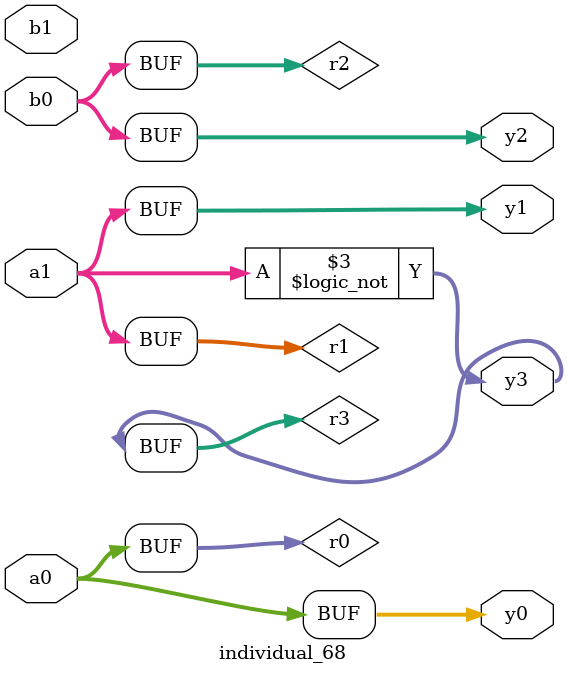
<source format=sv>
module individual_68(input logic [15:0] a1, input logic [15:0] a0, input logic [15:0] b1, input logic [15:0] b0, output logic [15:0] y3, output logic [15:0] y2, output logic [15:0] y1, output logic [15:0] y0);
logic [15:0] r0, r1, r2, r3; 
 always@(*) begin 
	 r0 = a0; r1 = a1; r2 = b0; r3 = b1; 
 	 r3  ^=  b0 ;
 	 r3 = ! r1 ;
 	 y3 = r3; y2 = r2; y1 = r1; y0 = r0; 
end
endmodule
</source>
